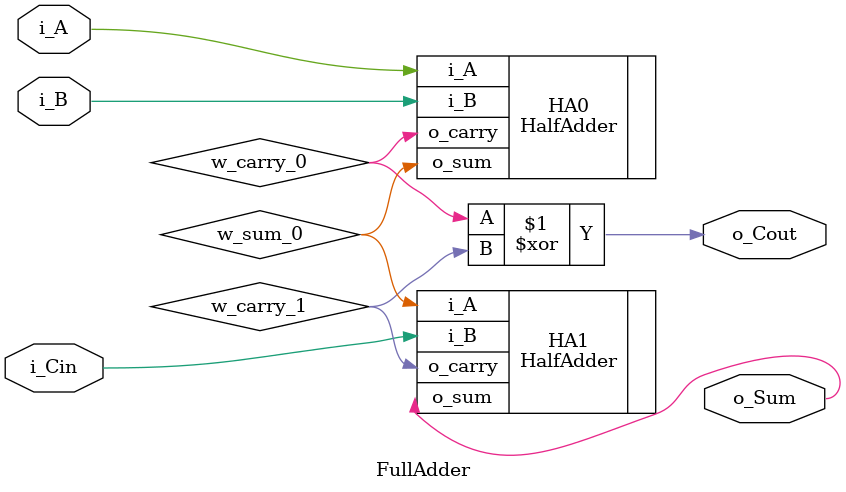
<source format=v>
`timescale 1ns / 1ps

module FullAdder(
    input i_A, i_B, i_Cin,
    output o_Sum, o_Cout
    );

    wire w_sum_0, w_carry_0, w_carry_1;
    
    HalfAdder HA0(
    .i_A(i_A),
    .i_B(i_B),
    .o_sum(w_sum_0),
    .o_carry(w_carry_0)
    );

    HalfAdder HA1(
    .i_A(w_sum_0),
    .i_B(i_Cin),
    .o_sum(o_Sum),
    .o_carry(w_carry_1)
    );

    assign o_Cout = w_carry_0 ^ w_carry_1;

endmodule

</source>
